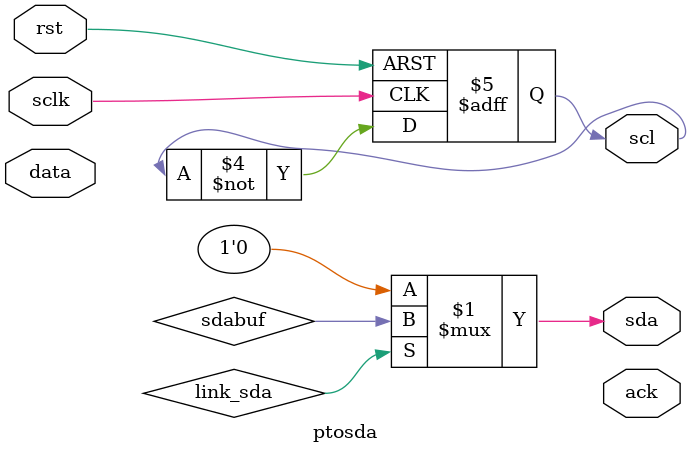
<source format=v>
module ptosda(rst,sclk,ack,scl,sda,data);
input sclk,rst;
input [3:0] data;
output ack,scl,sda;
reg scl,link_sda,ack,sdabuf;
reg [3:0] databuf;
reg [7:0] state;
assign sda = link_sda?sdabuf:1'b0;

parameter ready = 8'b0000_0000,
          start = 8'b0000_0001,
          bit1 = 8'b0000_0010,
          bit2 = 8'b0000_0100,
          bit3 = 8'b0000_1000,
          bit4 = 8'b0001_0000,
          bit5 = 8'b0010_0000,
          stop = 8'b0100_0000,
          IDLE = 8'b1000_0000;
always @(posedge sclk or negedge rst) begin
    if(!rst)
        scl=1;
    else
        scl=~scl;
end

endmodule
</source>
